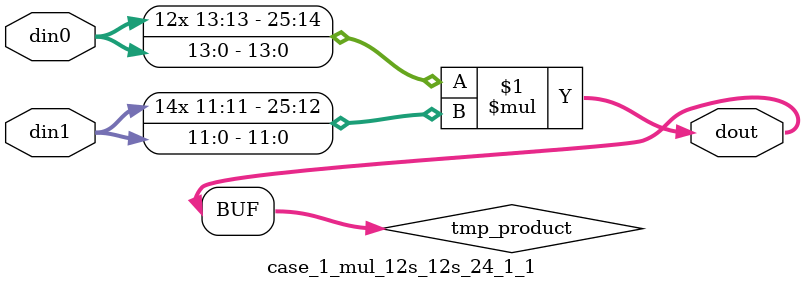
<source format=v>

`timescale 1 ns / 1 ps

 module case_1_mul_12s_12s_24_1_1(din0, din1, dout);
parameter ID = 1;
parameter NUM_STAGE = 0;
parameter din0_WIDTH = 14;
parameter din1_WIDTH = 12;
parameter dout_WIDTH = 26;

input [din0_WIDTH - 1 : 0] din0; 
input [din1_WIDTH - 1 : 0] din1; 
output [dout_WIDTH - 1 : 0] dout;

wire signed [dout_WIDTH - 1 : 0] tmp_product;



























assign tmp_product = $signed(din0) * $signed(din1);








assign dout = tmp_product;





















endmodule

</source>
